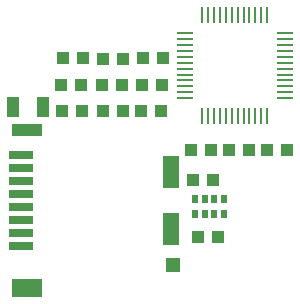
<source format=gtp>
G75*
%MOIN*%
%OFA0B0*%
%FSLAX25Y25*%
%IPPOS*%
%LPD*%
%AMOC8*
5,1,8,0,0,1.08239X$1,22.5*
%
%ADD10R,0.04331X0.03937*%
%ADD11R,0.03937X0.04331*%
%ADD12R,0.10236X0.03937*%
%ADD13R,0.07874X0.02756*%
%ADD14R,0.10236X0.05906*%
%ADD15R,0.05512X0.10630*%
%ADD16R,0.04724X0.04724*%
%ADD17R,0.05800X0.01100*%
%ADD18R,0.01100X0.05800*%
%ADD19R,0.03937X0.07087*%
%ADD20R,0.01969X0.02559*%
D10*
X0081454Y0062300D03*
X0088146Y0062300D03*
X0070846Y0085150D03*
X0064154Y0085150D03*
X0058096Y0085150D03*
X0051404Y0085150D03*
X0044296Y0085150D03*
X0037604Y0085150D03*
X0037404Y0093950D03*
X0044096Y0093950D03*
X0051204Y0093950D03*
X0057896Y0093950D03*
X0064404Y0093950D03*
X0071096Y0093950D03*
X0044696Y0102750D03*
X0038004Y0102750D03*
D11*
X0051404Y0102550D03*
X0058096Y0102550D03*
X0064604Y0102750D03*
X0071296Y0102750D03*
X0080704Y0072050D03*
X0087396Y0072050D03*
X0093454Y0072050D03*
X0100146Y0072050D03*
X0106204Y0072000D03*
X0112896Y0072000D03*
X0089896Y0043050D03*
X0083204Y0043050D03*
D12*
X0026163Y0078733D03*
D13*
X0024194Y0070465D03*
X0024194Y0066134D03*
X0024194Y0061804D03*
X0024194Y0057473D03*
X0024194Y0053142D03*
X0024194Y0048811D03*
X0024194Y0044481D03*
X0024194Y0040150D03*
D14*
X0026163Y0026174D03*
D15*
X0074194Y0045662D03*
X0074194Y0064953D03*
D16*
X0074588Y0033654D03*
D17*
X0078600Y0089500D03*
X0078600Y0091400D03*
X0078600Y0093400D03*
X0078600Y0095400D03*
X0078600Y0097300D03*
X0078600Y0099300D03*
X0078600Y0101300D03*
X0078600Y0103300D03*
X0078600Y0105200D03*
X0078600Y0107200D03*
X0078600Y0109200D03*
X0078600Y0111100D03*
X0112000Y0111100D03*
X0112000Y0109200D03*
X0112000Y0107200D03*
X0112000Y0105200D03*
X0112000Y0103300D03*
X0112000Y0101300D03*
X0112000Y0099300D03*
X0112000Y0097300D03*
X0112000Y0095400D03*
X0112000Y0093400D03*
X0112000Y0091400D03*
X0112000Y0089500D03*
D18*
X0106100Y0083600D03*
X0104200Y0083600D03*
X0102200Y0083600D03*
X0100200Y0083600D03*
X0098300Y0083600D03*
X0096300Y0083600D03*
X0094300Y0083600D03*
X0092300Y0083600D03*
X0090400Y0083600D03*
X0088400Y0083600D03*
X0086400Y0083600D03*
X0084500Y0083600D03*
X0084500Y0117000D03*
X0086400Y0117000D03*
X0088400Y0117000D03*
X0090400Y0117000D03*
X0092300Y0117000D03*
X0094300Y0117000D03*
X0096300Y0117000D03*
X0098300Y0117000D03*
X0100200Y0117000D03*
X0102200Y0117000D03*
X0104200Y0117000D03*
X0106100Y0117000D03*
D19*
X0031470Y0086550D03*
X0021430Y0086550D03*
D20*
X0082126Y0055761D03*
X0085275Y0055761D03*
X0088425Y0055761D03*
X0091574Y0055761D03*
X0091574Y0050839D03*
X0088425Y0050839D03*
X0085275Y0050839D03*
X0082126Y0050839D03*
M02*

</source>
